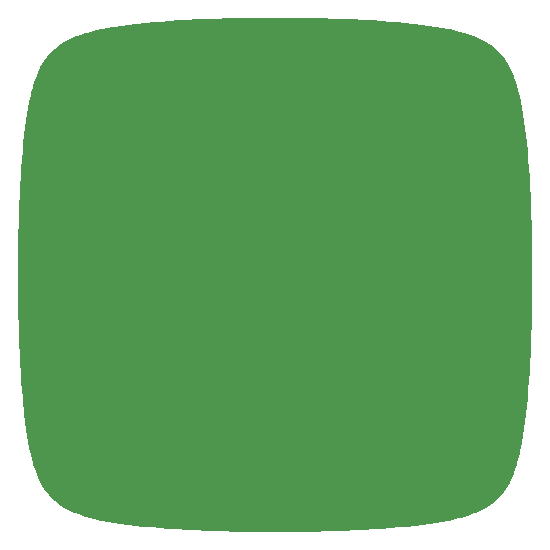
<source format=gbr>
%TF.GenerationSoftware,KiCad,Pcbnew,(6.0.7)*%
%TF.CreationDate,2022-09-18T23:27:57+03:00*%
%TF.ProjectId,groundPatch,67726f75-6e64-4506-9174-63682e6b6963,rev?*%
%TF.SameCoordinates,Original*%
%TF.FileFunction,Copper,L1,Top*%
%TF.FilePolarity,Positive*%
%FSLAX46Y46*%
G04 Gerber Fmt 4.6, Leading zero omitted, Abs format (unit mm)*
G04 Created by KiCad (PCBNEW (6.0.7)) date 2022-09-18 23:27:57*
%MOMM*%
%LPD*%
G01*
G04 APERTURE LIST*
G04 Aperture macros list*
%AMRoundRect*
0 Rectangle with rounded corners*
0 $1 Rounding radius*
0 $2 $3 $4 $5 $6 $7 $8 $9 X,Y pos of 4 corners*
0 Add a 4 corners polygon primitive as box body*
4,1,4,$2,$3,$4,$5,$6,$7,$8,$9,$2,$3,0*
0 Add four circle primitives for the rounded corners*
1,1,$1+$1,$2,$3*
1,1,$1+$1,$4,$5*
1,1,$1+$1,$6,$7*
1,1,$1+$1,$8,$9*
0 Add four rect primitives between the rounded corners*
20,1,$1+$1,$2,$3,$4,$5,0*
20,1,$1+$1,$4,$5,$6,$7,0*
20,1,$1+$1,$6,$7,$8,$9,0*
20,1,$1+$1,$8,$9,$2,$3,0*%
G04 Aperture macros list end*
%TA.AperFunction,SMDPad,CuDef*%
%ADD10RoundRect,0.381000X-0.762000X-0.381000X0.762000X-0.381000X0.762000X0.381000X-0.762000X0.381000X0*%
%TD*%
%TA.AperFunction,ViaPad*%
%ADD11C,0.800000*%
%TD*%
G04 APERTURE END LIST*
D10*
%TO.P,TP1,1,1*%
%TO.N,/_GND*%
X152400000Y-101815000D03*
%TD*%
D11*
%TO.N,/_GND*%
X139700000Y-114300000D03*
X165100000Y-114300000D03*
X165100000Y-88900000D03*
X139700000Y-88900000D03*
%TD*%
%TA.AperFunction,Conductor*%
%TO.N,/_GND*%
G36*
X152785286Y-80017353D02*
G01*
X153455852Y-80019259D01*
X153456570Y-80019263D01*
X153556153Y-80020114D01*
X154310143Y-80026555D01*
X154310541Y-80026559D01*
X154729238Y-80032547D01*
X155160762Y-80038718D01*
X155161498Y-80038731D01*
X156005621Y-80055739D01*
X156006375Y-80055756D01*
X156183342Y-80060381D01*
X156843684Y-80077637D01*
X156844192Y-80077652D01*
X157336321Y-80093545D01*
X157671920Y-80104383D01*
X157672722Y-80104411D01*
X158489193Y-80135988D01*
X158490030Y-80136023D01*
X159293594Y-80172450D01*
X159294472Y-80172493D01*
X160082946Y-80213751D01*
X160083874Y-80213803D01*
X160855756Y-80259901D01*
X160856743Y-80259964D01*
X161610003Y-80310887D01*
X161611060Y-80310963D01*
X162343785Y-80366696D01*
X162344927Y-80366788D01*
X163055061Y-80427300D01*
X163056303Y-80427412D01*
X163523850Y-80471919D01*
X163742282Y-80492712D01*
X163743617Y-80492846D01*
X164096306Y-80530292D01*
X164403192Y-80562876D01*
X164404701Y-80563046D01*
X165035981Y-80637773D01*
X165037681Y-80637986D01*
X165638806Y-80717448D01*
X165640786Y-80717725D01*
X166212033Y-80802482D01*
X166214334Y-80802846D01*
X166325508Y-80821453D01*
X166755892Y-80893486D01*
X166758558Y-80893961D01*
X167271374Y-80991164D01*
X167274432Y-80991783D01*
X167378217Y-81014130D01*
X167758896Y-81096098D01*
X167762336Y-81096891D01*
X168219141Y-81208877D01*
X168223022Y-81209894D01*
X168652825Y-81330059D01*
X168652829Y-81330060D01*
X168657221Y-81331375D01*
X169060610Y-81460151D01*
X169065473Y-81461813D01*
X169443404Y-81599683D01*
X169448727Y-81601763D01*
X169801952Y-81749092D01*
X169807671Y-81751647D01*
X170137281Y-81908885D01*
X170143363Y-81911993D01*
X170352560Y-82026154D01*
X170450455Y-82079576D01*
X170456825Y-82083298D01*
X170742758Y-82261809D01*
X170749265Y-82266158D01*
X171015519Y-82456333D01*
X171022014Y-82461298D01*
X171270112Y-82664037D01*
X171276433Y-82669564D01*
X171507969Y-82886030D01*
X171513960Y-82892020D01*
X171730437Y-83123569D01*
X171735963Y-83129890D01*
X171938707Y-83377993D01*
X171943672Y-83384488D01*
X172133835Y-83650726D01*
X172138184Y-83657233D01*
X172316701Y-83943174D01*
X172320423Y-83949544D01*
X172488005Y-84256635D01*
X172491113Y-84262717D01*
X172644242Y-84583710D01*
X172648349Y-84592320D01*
X172650910Y-84598053D01*
X172786170Y-84922343D01*
X172798246Y-84951296D01*
X172800312Y-84956582D01*
X172832804Y-85045648D01*
X172938175Y-85334490D01*
X172939837Y-85339354D01*
X173068625Y-85742781D01*
X173069939Y-85747170D01*
X173190100Y-86176955D01*
X173190102Y-86176963D01*
X173191131Y-86180889D01*
X173303100Y-86637627D01*
X173303901Y-86641105D01*
X173408213Y-87125556D01*
X173408832Y-87128613D01*
X173506040Y-87641453D01*
X173506515Y-87644119D01*
X173597153Y-88185663D01*
X173597518Y-88187970D01*
X173682276Y-88759227D01*
X173682551Y-88761192D01*
X173762030Y-89362434D01*
X173762225Y-89363990D01*
X173827911Y-89918908D01*
X173836950Y-89995268D01*
X173837120Y-89996776D01*
X173900599Y-90594648D01*
X173907157Y-90656419D01*
X173907294Y-90657782D01*
X173972590Y-91343727D01*
X173972702Y-91344969D01*
X174033218Y-92055162D01*
X174033310Y-92056304D01*
X174089035Y-92788928D01*
X174089111Y-92789985D01*
X174140033Y-93543223D01*
X174140096Y-93544210D01*
X174186198Y-94316145D01*
X174186250Y-94317073D01*
X174227508Y-95105576D01*
X174227551Y-95106454D01*
X174263978Y-95910025D01*
X174264013Y-95910862D01*
X174295589Y-96727306D01*
X174295616Y-96728079D01*
X174321398Y-97526435D01*
X174322346Y-97555797D01*
X174322369Y-97556572D01*
X174344241Y-98393543D01*
X174344258Y-98394297D01*
X174361268Y-99238487D01*
X174361281Y-99239223D01*
X174361548Y-99257866D01*
X174373275Y-100077895D01*
X174373436Y-100089177D01*
X174373441Y-100089629D01*
X174379887Y-100844079D01*
X174380735Y-100943324D01*
X174380738Y-100943773D01*
X174383065Y-101761831D01*
X174383172Y-101799609D01*
X174383172Y-101800325D01*
X174380740Y-102655845D01*
X174380736Y-102656563D01*
X174379885Y-102756189D01*
X174373642Y-103487070D01*
X174373446Y-103509959D01*
X174373440Y-103510510D01*
X174373274Y-103522127D01*
X174361281Y-104360760D01*
X174361268Y-104361496D01*
X174344260Y-105205621D01*
X174344243Y-105206375D01*
X174322369Y-106043432D01*
X174322365Y-106043571D01*
X174322347Y-106044192D01*
X174320119Y-106113172D01*
X174295616Y-106871926D01*
X174295588Y-106872728D01*
X174264011Y-107689193D01*
X174263976Y-107690030D01*
X174227549Y-108493594D01*
X174227506Y-108494472D01*
X174186248Y-109282946D01*
X174186196Y-109283874D01*
X174140098Y-110055756D01*
X174140035Y-110056743D01*
X174089111Y-110810012D01*
X174089035Y-110811069D01*
X174033303Y-111543784D01*
X174033211Y-111544926D01*
X173972698Y-112255069D01*
X173972586Y-112256311D01*
X173907290Y-112942258D01*
X173907156Y-112943589D01*
X173840885Y-113567757D01*
X173837120Y-113603217D01*
X173836951Y-113604718D01*
X173762237Y-114235904D01*
X173762230Y-114235961D01*
X173762027Y-114237582D01*
X173682551Y-114838801D01*
X173682550Y-114838812D01*
X173682273Y-114840791D01*
X173597517Y-115412033D01*
X173597152Y-115414340D01*
X173506513Y-115955893D01*
X173506039Y-115958556D01*
X173408834Y-116471379D01*
X173408234Y-116474341D01*
X173356761Y-116713399D01*
X173303904Y-116958880D01*
X173303103Y-116962358D01*
X173191127Y-117419124D01*
X173190108Y-117423012D01*
X173069934Y-117852846D01*
X173068619Y-117857237D01*
X172939846Y-118260618D01*
X172938184Y-118265481D01*
X172800322Y-118643391D01*
X172798242Y-118648714D01*
X172650916Y-119001932D01*
X172650913Y-119001938D01*
X172648352Y-119007671D01*
X172491120Y-119337268D01*
X172488006Y-119343362D01*
X172459550Y-119395508D01*
X172320419Y-119650461D01*
X172316697Y-119656831D01*
X172138180Y-119942773D01*
X172133831Y-119949280D01*
X171943668Y-120215517D01*
X171938712Y-120222001D01*
X171938703Y-120222012D01*
X171735962Y-120470112D01*
X171730436Y-120476432D01*
X171669755Y-120541337D01*
X171513961Y-120707977D01*
X171507971Y-120713968D01*
X171276437Y-120930431D01*
X171270116Y-120935956D01*
X171022012Y-121138702D01*
X171015521Y-121143665D01*
X170991674Y-121160698D01*
X170749272Y-121333836D01*
X170742765Y-121338185D01*
X170456821Y-121516703D01*
X170450451Y-121520425D01*
X170143353Y-121688011D01*
X170137270Y-121691119D01*
X169807665Y-121848355D01*
X169801946Y-121850910D01*
X169530080Y-121964304D01*
X169448703Y-121998246D01*
X169443417Y-122000312D01*
X169065489Y-122138182D01*
X169060645Y-122139837D01*
X168657218Y-122268625D01*
X168652828Y-122269939D01*
X168223014Y-122390108D01*
X168219118Y-122391129D01*
X168194745Y-122397104D01*
X167762342Y-122503107D01*
X167758865Y-122503908D01*
X167644740Y-122528482D01*
X167274388Y-122608225D01*
X167271426Y-122608825D01*
X166758580Y-122706034D01*
X166755918Y-122706508D01*
X166256293Y-122790130D01*
X166214320Y-122797155D01*
X166212013Y-122797520D01*
X165640781Y-122882275D01*
X165638808Y-122882551D01*
X165037574Y-122962029D01*
X165036018Y-122962224D01*
X164405904Y-123036811D01*
X164404741Y-123036949D01*
X164403233Y-123037119D01*
X163743557Y-123107159D01*
X163742259Y-123107290D01*
X163395408Y-123140307D01*
X163056271Y-123172590D01*
X163055029Y-123172702D01*
X162344836Y-123233218D01*
X162343694Y-123233310D01*
X161611062Y-123289036D01*
X161610005Y-123289112D01*
X160856776Y-123340033D01*
X160855789Y-123340096D01*
X160083854Y-123386198D01*
X160082926Y-123386250D01*
X159294423Y-123427508D01*
X159293545Y-123427551D01*
X158489974Y-123463978D01*
X158489137Y-123464013D01*
X157672693Y-123495589D01*
X157671891Y-123495617D01*
X157336329Y-123506454D01*
X156844053Y-123522351D01*
X156843545Y-123522366D01*
X156183459Y-123539616D01*
X156006456Y-123544241D01*
X156005702Y-123544258D01*
X155161512Y-123561268D01*
X155160776Y-123561281D01*
X154729315Y-123567451D01*
X154310681Y-123573438D01*
X154310283Y-123573442D01*
X153555920Y-123579887D01*
X153456675Y-123580735D01*
X153455957Y-123580739D01*
X152788986Y-123582636D01*
X152600320Y-123583172D01*
X152599616Y-123583172D01*
X152412214Y-123582639D01*
X151744153Y-123580740D01*
X151743435Y-123580736D01*
X151643814Y-123579885D01*
X150889853Y-123573444D01*
X150889455Y-123573440D01*
X150470760Y-123567452D01*
X150039239Y-123561281D01*
X150038503Y-123561268D01*
X149194378Y-123544260D01*
X149193624Y-123544243D01*
X149016657Y-123539618D01*
X148356315Y-123522362D01*
X148355807Y-123522347D01*
X147863646Y-123506453D01*
X147528073Y-123495616D01*
X147527271Y-123495588D01*
X146710806Y-123464011D01*
X146709969Y-123463976D01*
X145906405Y-123427549D01*
X145905527Y-123427506D01*
X145117053Y-123386248D01*
X145116125Y-123386196D01*
X144344243Y-123340098D01*
X144343256Y-123340035D01*
X143589987Y-123289111D01*
X143588930Y-123289035D01*
X142856215Y-123233303D01*
X142855073Y-123233211D01*
X142144930Y-123172698D01*
X142143688Y-123172586D01*
X141676579Y-123128121D01*
X141457726Y-123107288D01*
X141456391Y-123107154D01*
X140796774Y-123037119D01*
X140795275Y-123036950D01*
X140794405Y-123036847D01*
X140163975Y-122962222D01*
X140162401Y-122962025D01*
X139561203Y-122882552D01*
X139561188Y-122882550D01*
X139559208Y-122882273D01*
X138987966Y-122797517D01*
X138985659Y-122797152D01*
X138965751Y-122793820D01*
X138444102Y-122706512D01*
X138441440Y-122706038D01*
X138441419Y-122706034D01*
X137928620Y-122608834D01*
X137925658Y-122608234D01*
X137554906Y-122528405D01*
X137441119Y-122503904D01*
X137437641Y-122503103D01*
X137191777Y-122442830D01*
X136980853Y-122391121D01*
X136976987Y-122390108D01*
X136547137Y-122269929D01*
X136542762Y-122268619D01*
X136139381Y-122139846D01*
X136134518Y-122138184D01*
X135756608Y-122000322D01*
X135751285Y-121998242D01*
X135634850Y-121949677D01*
X135398047Y-121850907D01*
X135392321Y-121848349D01*
X135062719Y-121691114D01*
X135056635Y-121688005D01*
X134749538Y-121520419D01*
X134743168Y-121516697D01*
X134457226Y-121338180D01*
X134450719Y-121333831D01*
X134394546Y-121293709D01*
X134184467Y-121143657D01*
X134177998Y-121138712D01*
X133929880Y-120935956D01*
X133923566Y-120930435D01*
X133856354Y-120867597D01*
X133692022Y-120713961D01*
X133686031Y-120707971D01*
X133469568Y-120476437D01*
X133464043Y-120470116D01*
X133261297Y-120222012D01*
X133256331Y-120215517D01*
X133256331Y-120215516D01*
X133183886Y-120114090D01*
X133066163Y-119949272D01*
X133061814Y-119942765D01*
X132883296Y-119656821D01*
X132879574Y-119650451D01*
X132741977Y-119398307D01*
X132711988Y-119343353D01*
X132708874Y-119337258D01*
X132551644Y-119007665D01*
X132549083Y-119001932D01*
X132539525Y-118979015D01*
X132401753Y-118648703D01*
X132399687Y-118643417D01*
X132261814Y-118265481D01*
X132260162Y-118260645D01*
X132131374Y-117857218D01*
X132130059Y-117852826D01*
X132089196Y-117706668D01*
X132009891Y-117423014D01*
X132008868Y-117419110D01*
X131896892Y-116962342D01*
X131896091Y-116958865D01*
X131843237Y-116713399D01*
X131791774Y-116474388D01*
X131791174Y-116471426D01*
X131693961Y-115958559D01*
X131693490Y-115955914D01*
X131693487Y-115955893D01*
X131602844Y-115414319D01*
X131602479Y-115412013D01*
X131517724Y-114840781D01*
X131517447Y-114838801D01*
X131437976Y-114237604D01*
X131437763Y-114235904D01*
X131363047Y-113604718D01*
X131362877Y-113603209D01*
X131299697Y-113008142D01*
X131292840Y-112943557D01*
X131292706Y-112942226D01*
X131227409Y-112256271D01*
X131227297Y-112255029D01*
X131166781Y-111544836D01*
X131166689Y-111543694D01*
X131110963Y-110811062D01*
X131110887Y-110810005D01*
X131059966Y-110056776D01*
X131059903Y-110055789D01*
X131013801Y-109283854D01*
X131013749Y-109282926D01*
X130972491Y-108494423D01*
X130972448Y-108493545D01*
X130936021Y-107689974D01*
X130935986Y-107689137D01*
X130904410Y-106872693D01*
X130904382Y-106871891D01*
X130879830Y-106111612D01*
X130877648Y-106044053D01*
X130877630Y-106043432D01*
X130855758Y-105206456D01*
X130855741Y-105205702D01*
X130838731Y-104361512D01*
X130838718Y-104360776D01*
X130826725Y-103522127D01*
X130826561Y-103510681D01*
X130826555Y-103510096D01*
X130826359Y-103487070D01*
X130819609Y-102697026D01*
X130819264Y-102656682D01*
X130819260Y-102655964D01*
X130816828Y-101800325D01*
X130816828Y-101799609D01*
X130819259Y-100944147D01*
X130819263Y-100943429D01*
X130820114Y-100843846D01*
X130826555Y-100089856D01*
X130826561Y-100089317D01*
X130826725Y-100077895D01*
X130838407Y-99260970D01*
X130838718Y-99239237D01*
X130838731Y-99238501D01*
X130855739Y-98394378D01*
X130855756Y-98393624D01*
X130860381Y-98216657D01*
X130877639Y-97556243D01*
X130877657Y-97555653D01*
X130879730Y-97491487D01*
X130904383Y-96728079D01*
X130904411Y-96727277D01*
X130935988Y-95910806D01*
X130936023Y-95909969D01*
X130972450Y-95106405D01*
X130972493Y-95105527D01*
X131013751Y-94317053D01*
X131013803Y-94316125D01*
X131059901Y-93544243D01*
X131059964Y-93543256D01*
X131110887Y-92789996D01*
X131110963Y-92788939D01*
X131166696Y-92056214D01*
X131166788Y-92055072D01*
X131227300Y-91344938D01*
X131227412Y-91343696D01*
X131292710Y-90657732D01*
X131292847Y-90656369D01*
X131362876Y-89996807D01*
X131363046Y-89995298D01*
X131437773Y-89364019D01*
X131437986Y-89362319D01*
X131517448Y-88761192D01*
X131517725Y-88759212D01*
X131602482Y-88187966D01*
X131602847Y-88185659D01*
X131693486Y-87644107D01*
X131693961Y-87641441D01*
X131791164Y-87128625D01*
X131791783Y-87125567D01*
X131896094Y-86641122D01*
X131896895Y-86637644D01*
X131952402Y-86411224D01*
X132008877Y-86180858D01*
X132009900Y-86176955D01*
X132073880Y-85948115D01*
X132130061Y-85747168D01*
X132131375Y-85742778D01*
X132260151Y-85339389D01*
X132261813Y-85334526D01*
X132399683Y-84956595D01*
X132401763Y-84951272D01*
X132540727Y-84618103D01*
X132549092Y-84598047D01*
X132551647Y-84592328D01*
X132708885Y-84262718D01*
X132711999Y-84256624D01*
X132733718Y-84216826D01*
X132879576Y-83949544D01*
X132883298Y-83943174D01*
X133061809Y-83657241D01*
X133066158Y-83650734D01*
X133256333Y-83384480D01*
X133261298Y-83377985D01*
X133464037Y-83129887D01*
X133469564Y-83123566D01*
X133686030Y-82892030D01*
X133692020Y-82886039D01*
X133923569Y-82669562D01*
X133929890Y-82664036D01*
X134177993Y-82461292D01*
X134184488Y-82456327D01*
X134450726Y-82266164D01*
X134457233Y-82261815D01*
X134743174Y-82083298D01*
X134749544Y-82079576D01*
X134846490Y-82026671D01*
X135056635Y-81911994D01*
X135062717Y-81908886D01*
X135392334Y-81751644D01*
X135398053Y-81749089D01*
X135751296Y-81601753D01*
X135756582Y-81599687D01*
X136134510Y-81461817D01*
X136139354Y-81460162D01*
X136542781Y-81331374D01*
X136547173Y-81330059D01*
X136976985Y-81209891D01*
X136980881Y-81208870D01*
X137437629Y-81096899D01*
X137441105Y-81096098D01*
X137925556Y-80991786D01*
X137928613Y-80991167D01*
X138367714Y-80907936D01*
X138441456Y-80893958D01*
X138444119Y-80893484D01*
X138780238Y-80837228D01*
X138985664Y-80802846D01*
X138987970Y-80802481D01*
X139559227Y-80717723D01*
X139561207Y-80717446D01*
X140162395Y-80637976D01*
X140164095Y-80637763D01*
X140795291Y-80563046D01*
X140796800Y-80562876D01*
X140970372Y-80544447D01*
X141456450Y-80492839D01*
X141457748Y-80492708D01*
X141804608Y-80459690D01*
X142143727Y-80427409D01*
X142144969Y-80427297D01*
X142855162Y-80366781D01*
X142856304Y-80366689D01*
X143588928Y-80310964D01*
X143589985Y-80310888D01*
X144343223Y-80259966D01*
X144344210Y-80259903D01*
X145116145Y-80213801D01*
X145117073Y-80213749D01*
X145905576Y-80172491D01*
X145906454Y-80172448D01*
X146710025Y-80136021D01*
X146710862Y-80135986D01*
X147527306Y-80104410D01*
X147528108Y-80104382D01*
X147863648Y-80093546D01*
X148355951Y-80077648D01*
X148356459Y-80077633D01*
X149016584Y-80060382D01*
X149193543Y-80055758D01*
X149194297Y-80055741D01*
X150038487Y-80038731D01*
X150039223Y-80038718D01*
X150470684Y-80032548D01*
X150889318Y-80026561D01*
X150889716Y-80026557D01*
X151644102Y-80020112D01*
X151743317Y-80019264D01*
X151744035Y-80019260D01*
X152413507Y-80017357D01*
X152599680Y-80016828D01*
X152600384Y-80016828D01*
X152785286Y-80017353D01*
G37*
%TD.AperFunction*%
%TD*%
M02*

</source>
